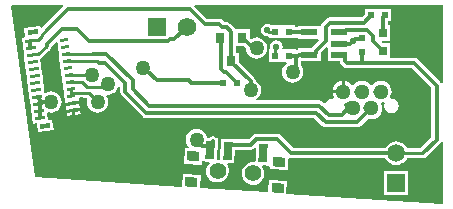
<source format=gbl>
G04*
G04 #@! TF.GenerationSoftware,Altium Limited,Altium Designer,19.1.5 (86)*
G04*
G04 Layer_Physical_Order=2*
G04 Layer_Color=1930808*
%FSAX24Y24*%
%MOIN*%
G70*
G01*
G75*
%ADD12C,0.0100*%
%ADD26C,0.0140*%
%ADD27C,0.0551*%
%ADD28R,0.0620X0.0620*%
%ADD29C,0.0620*%
%ADD30C,0.0591*%
%ADD31R,0.0591X0.0591*%
%ADD32O,0.0512X0.0512*%
%ADD33C,0.0216*%
%ADD34C,0.0500*%
G04:AMPARAMS|DCode=35|XSize=59.1mil|YSize=27.6mil|CornerRadius=0mil|HoleSize=0mil|Usage=FLASHONLY|Rotation=86.250|XOffset=0mil|YOffset=0mil|HoleType=Round|Shape=Rectangle|*
%AMROTATEDRECTD35*
4,1,4,0.0118,-0.0304,-0.0157,-0.0286,-0.0118,0.0304,0.0157,0.0286,0.0118,-0.0304,0.0*
%
%ADD35ROTATEDRECTD35*%

G04:AMPARAMS|DCode=36|XSize=39.4mil|YSize=31.5mil|CornerRadius=0mil|HoleSize=0mil|Usage=FLASHONLY|Rotation=176.250|XOffset=0mil|YOffset=0mil|HoleType=Round|Shape=Rectangle|*
%AMROTATEDRECTD36*
4,1,4,0.0207,0.0144,0.0186,-0.0170,-0.0207,-0.0144,-0.0186,0.0170,0.0207,0.0144,0.0*
%
%ADD36ROTATEDRECTD36*%

%ADD37R,0.0315X0.0354*%
%ADD38R,0.0217X0.0217*%
%ADD39R,0.0551X0.0236*%
%ADD40R,0.0217X0.0217*%
%ADD41R,0.0315X0.0315*%
G04:AMPARAMS|DCode=42|XSize=31.5mil|YSize=10.2mil|CornerRadius=0mil|HoleSize=0mil|Usage=FLASHONLY|Rotation=7.550|XOffset=0mil|YOffset=0mil|HoleType=Round|Shape=Rectangle|*
%AMROTATEDRECTD42*
4,1,4,-0.0149,-0.0071,-0.0163,0.0030,0.0149,0.0071,0.0163,-0.0030,-0.0149,-0.0071,0.0*
%
%ADD42ROTATEDRECTD42*%

G04:AMPARAMS|DCode=43|XSize=25.6mil|YSize=10.2mil|CornerRadius=0mil|HoleSize=0mil|Usage=FLASHONLY|Rotation=7.550|XOffset=0mil|YOffset=0mil|HoleType=Round|Shape=Rectangle|*
%AMROTATEDRECTD43*
4,1,4,-0.0120,-0.0068,-0.0134,0.0034,0.0120,0.0068,0.0134,-0.0034,-0.0120,-0.0068,0.0*
%
%ADD43ROTATEDRECTD43*%

G04:AMPARAMS|DCode=44|XSize=33.5mil|YSize=15.7mil|CornerRadius=0mil|HoleSize=0mil|Usage=FLASHONLY|Rotation=7.550|XOffset=0mil|YOffset=0mil|HoleType=Round|Shape=Rectangle|*
%AMROTATEDRECTD44*
4,1,4,-0.0156,-0.0100,-0.0176,0.0056,0.0156,0.0100,0.0176,-0.0056,-0.0156,-0.0100,0.0*
%
%ADD44ROTATEDRECTD44*%

G36*
X017300Y006247D02*
X017250Y006231D01*
X017223Y006273D01*
X016473Y007023D01*
X016416Y007060D01*
X016350Y007073D01*
X015557D01*
Y007562D01*
X015294D01*
X015272Y007590D01*
X015293Y007638D01*
X015557D01*
Y008153D01*
X015473D01*
Y008292D01*
X015588D01*
Y008708D01*
X015178D01*
X015172Y008708D01*
Y008708D01*
X015128D01*
Y008708D01*
X014712D01*
Y008537D01*
X014596Y008422D01*
X013532D01*
X013532Y008422D01*
X013466Y008408D01*
X013410Y008371D01*
X013274Y008235D01*
X013236Y008179D01*
X013229Y008142D01*
X012482D01*
Y008097D01*
X012388D01*
Y008158D01*
X011978D01*
X011972Y008158D01*
X011928D01*
X011922Y008158D01*
X011587D01*
X011531Y008196D01*
X011450Y008212D01*
X011369Y008196D01*
X011300Y008150D01*
X011254Y008081D01*
X011238Y008000D01*
X011254Y007919D01*
X011300Y007850D01*
X011369Y007804D01*
X011450Y007788D01*
X011462Y007790D01*
X011512Y007751D01*
Y007742D01*
X011922D01*
X011928Y007742D01*
X011972D01*
X011978Y007742D01*
X012388D01*
Y007751D01*
X012482D01*
Y007706D01*
X013145D01*
X013165Y007660D01*
X012941Y007436D01*
X012913Y007394D01*
X012482D01*
Y007351D01*
X012436Y007337D01*
X012430Y007338D01*
X012388Y007358D01*
X012388Y007358D01*
X012388Y007358D01*
X011994D01*
X011952Y007400D01*
X011962Y007450D01*
X011946Y007531D01*
X011900Y007600D01*
X011831Y007646D01*
X011750Y007662D01*
X011669Y007646D01*
X011600Y007600D01*
X011554Y007531D01*
X011538Y007450D01*
X011546Y007408D01*
X011512Y007358D01*
X011512D01*
Y006942D01*
X011922D01*
X011928Y006942D01*
X011972D01*
X011978Y006942D01*
X012088D01*
X012105Y006892D01*
X012050Y006850D01*
X011994Y006777D01*
X011959Y006691D01*
X011947Y006600D01*
X011959Y006509D01*
X011994Y006423D01*
X012050Y006350D01*
X012123Y006294D01*
X012209Y006259D01*
X012300Y006247D01*
X012391Y006259D01*
X012477Y006294D01*
X012550Y006350D01*
X012606Y006423D01*
X012641Y006509D01*
X012653Y006600D01*
X012641Y006691D01*
X012606Y006777D01*
X012573Y006819D01*
Y006958D01*
X013233D01*
Y007207D01*
X013237Y007224D01*
Y007242D01*
X013420Y007425D01*
X013467Y007406D01*
Y006958D01*
X013877D01*
X013887Y006904D01*
X013925Y006848D01*
X013996Y006777D01*
X014052Y006740D01*
X014118Y006727D01*
X016278D01*
X016927Y006078D01*
Y004422D01*
X016558Y004053D01*
X016114D01*
X016095Y004099D01*
X016032Y004182D01*
X015949Y004245D01*
X015853Y004285D01*
X015750Y004299D01*
X015647Y004285D01*
X015551Y004245D01*
X015468Y004182D01*
X015405Y004099D01*
X015394Y004073D01*
X012322D01*
X011908Y004487D01*
X011852Y004525D01*
X011785Y004538D01*
X011087D01*
X011021Y004525D01*
X010965Y004487D01*
X010835Y004357D01*
X010249D01*
X009928Y004378D01*
X009884Y003705D01*
X009844Y003674D01*
X009825Y003678D01*
X009805Y003677D01*
X009769Y003712D01*
X009789Y004015D01*
X009797Y004027D01*
X009811Y004094D01*
Y004287D01*
X009808Y004300D01*
X009814Y004386D01*
X009774Y004388D01*
X009760Y004410D01*
X009704Y004447D01*
X009637Y004461D01*
X009571Y004447D01*
X009515Y004410D01*
X009512Y004405D01*
X009445Y004410D01*
X009441Y004441D01*
X009406Y004527D01*
X009350Y004600D01*
X009277Y004656D01*
X009191Y004691D01*
X009100Y004703D01*
X009009Y004691D01*
X008923Y004656D01*
X008850Y004600D01*
X008794Y004527D01*
X008759Y004441D01*
X008747Y004350D01*
X008759Y004259D01*
X008794Y004173D01*
X008847Y004105D01*
X008840Y004074D01*
X008833Y004055D01*
X008704Y004064D01*
X008671Y003550D01*
X009263Y003511D01*
X009268Y003586D01*
X009287Y003628D01*
X009509Y003613D01*
X009530Y003562D01*
X009485Y003510D01*
X009441Y003422D01*
X009422Y003325D01*
X009428Y003226D01*
X009460Y003132D01*
X009515Y003050D01*
X009590Y002985D01*
X009678Y002941D01*
X009775Y002922D01*
X009874Y002928D01*
X009968Y002960D01*
X010050Y003015D01*
X010115Y003090D01*
X010159Y003178D01*
X010178Y003275D01*
X010172Y003374D01*
X010140Y003468D01*
X010102Y003524D01*
X010130Y003573D01*
X010351Y003558D01*
X010381Y004010D01*
X010907D01*
X010973Y004024D01*
X011029Y004061D01*
X011045Y004077D01*
X011091Y004057D01*
X011063Y003627D01*
X011023Y003597D01*
X011003Y003601D01*
X010905Y003594D01*
X010811Y003563D01*
X010729Y003508D01*
X010664Y003433D01*
X010620Y003345D01*
X010601Y003248D01*
X010607Y003149D01*
X010639Y003055D01*
X010694Y002973D01*
X010768Y002908D01*
X010857Y002864D01*
X010954Y002845D01*
X011052Y002851D01*
X011146Y002883D01*
X011228Y002938D01*
X011294Y003012D01*
X011337Y003101D01*
X011357Y003198D01*
X011350Y003297D01*
X011318Y003390D01*
X011280Y003447D01*
X011308Y003495D01*
X011496Y003483D01*
X011543Y003437D01*
X011538Y003362D01*
X012131Y003323D01*
X012156Y003703D01*
X012208Y003735D01*
X012250Y003727D01*
X015394D01*
X015405Y003701D01*
X015468Y003618D01*
X015551Y003555D01*
X015647Y003515D01*
X015750Y003501D01*
X015853Y003515D01*
X015949Y003555D01*
X016032Y003618D01*
X016095Y003701D01*
X016114Y003747D01*
X016573D01*
X016584Y003740D01*
X016650Y003727D01*
X016716Y003740D01*
X016773Y003777D01*
X017223Y004227D01*
X017250Y004268D01*
X017300Y004253D01*
Y002237D01*
X017263Y002202D01*
X012080Y002545D01*
X012108Y002973D01*
X011516Y003012D01*
X011490Y002620D01*
X011452Y002587D01*
X009212Y002735D01*
X009240Y003161D01*
X008648Y003200D01*
X008622Y002810D01*
X008584Y002777D01*
X003700Y003100D01*
X002905Y008812D01*
X002938Y008850D01*
X004634D01*
X004655Y008800D01*
X003977Y008123D01*
X003940Y008066D01*
X003931Y008065D01*
X003876Y008105D01*
X003872Y008135D01*
X003342Y008065D01*
X003382Y007764D01*
X003265Y007748D01*
X003296Y007514D01*
X003296D01*
X003336Y007215D01*
X003336D01*
X003358Y007046D01*
X003358D01*
X003383Y006859D01*
X003389Y006812D01*
X003389Y006812D01*
X003445Y006391D01*
X003451Y006343D01*
X003451Y006343D01*
X003482Y006109D01*
X003482D01*
X003522Y005810D01*
X003522D01*
X003544Y005641D01*
X003544D01*
X003569Y005454D01*
X003575Y005407D01*
X003575Y005407D01*
X003615Y005107D01*
X003646Y004873D01*
X003763Y004888D01*
X003803Y004588D01*
X004333Y004658D01*
X004286Y005012D01*
X004149Y004994D01*
X004119Y005221D01*
X004153Y005254D01*
X004165Y005258D01*
X004250Y005247D01*
X004341Y005259D01*
X004427Y005294D01*
X004500Y005350D01*
X004556Y005423D01*
X004591Y005509D01*
X004603Y005600D01*
X004591Y005691D01*
X004556Y005777D01*
X004500Y005850D01*
X004427Y005906D01*
X004341Y005941D01*
X004250Y005953D01*
X004159Y005941D01*
X004079Y005908D01*
X004057Y005911D01*
X004026Y005924D01*
X004024Y005943D01*
X004024D01*
X004001Y006111D01*
X004001D01*
X003977Y006298D01*
X003970Y006346D01*
X003964Y006393D01*
X003915Y006766D01*
X003908Y006814D01*
X003902Y006861D01*
X003877Y007048D01*
X003877D01*
X003877Y007050D01*
X003919Y007077D01*
X004154Y007312D01*
X004166Y007315D01*
X004223Y007352D01*
X004260Y007409D01*
X004273Y007475D01*
Y007478D01*
X004409Y007614D01*
X004456Y007598D01*
X004463Y007550D01*
X004463D01*
X004525Y007081D01*
X004525D01*
X004556Y006847D01*
X004556D01*
X004618Y006379D01*
X004618D01*
X004649Y006145D01*
X004649D01*
X004680Y005911D01*
X004680D01*
X004724Y005576D01*
X004950Y005606D01*
X005176Y005636D01*
X005167Y005705D01*
X005206Y005755D01*
X005312D01*
X005351Y005747D01*
X005436D01*
X005466Y005709D01*
X005459Y005691D01*
X005447Y005600D01*
X005459Y005509D01*
X005494Y005423D01*
X005550Y005350D01*
X005623Y005294D01*
X005709Y005259D01*
X005800Y005247D01*
X005891Y005259D01*
X005977Y005294D01*
X006050Y005350D01*
X006106Y005423D01*
X006141Y005509D01*
X006153Y005600D01*
X006141Y005691D01*
X006106Y005777D01*
X006084Y005805D01*
X006111Y005852D01*
X006150Y005847D01*
X006241Y005859D01*
X006327Y005894D01*
X006400Y005950D01*
X006456Y006023D01*
X006484Y006092D01*
X006527Y006111D01*
X006542Y006112D01*
X006550Y006106D01*
Y005943D01*
X006563Y005877D01*
X006601Y005821D01*
X007304Y005117D01*
X007304Y005117D01*
X007360Y005080D01*
X007427Y005067D01*
X007427Y005067D01*
X013015D01*
X013277Y004804D01*
X013277Y004804D01*
X013334Y004767D01*
X013400Y004754D01*
X013400Y004754D01*
X014457D01*
X014523Y004767D01*
X014579Y004804D01*
X014827Y005052D01*
X014833Y005049D01*
X014926Y005037D01*
X015019Y005049D01*
X015105Y005085D01*
X015180Y005142D01*
X015237Y005217D01*
X015273Y005303D01*
X015285Y005396D01*
X015273Y005489D01*
X015252Y005539D01*
X015283Y005594D01*
X015333Y005600D01*
X015352Y005586D01*
X015370Y005561D01*
X015353Y005475D01*
X015371Y005382D01*
X015424Y005303D01*
X015502Y005251D01*
X015595Y005232D01*
X015688Y005251D01*
X015767Y005303D01*
X015819Y005382D01*
X015838Y005475D01*
X015819Y005568D01*
X015767Y005646D01*
X015688Y005699D01*
X015595Y005717D01*
X015573Y005713D01*
X015544Y005758D01*
X015552Y005768D01*
X015588Y005854D01*
X015600Y005947D01*
X015588Y006040D01*
X015552Y006127D01*
X015495Y006201D01*
X015420Y006258D01*
X015334Y006294D01*
X015241Y006306D01*
X015148Y006294D01*
X015061Y006258D01*
X014987Y006201D01*
X014957Y006162D01*
X014894D01*
X014865Y006201D01*
X014791Y006258D01*
X014704Y006294D01*
X014611Y006306D01*
X014518Y006294D01*
X014432Y006258D01*
X014357Y006201D01*
X014328Y006162D01*
X014265D01*
X014235Y006201D01*
X014161Y006258D01*
X014074Y006294D01*
X014031Y006300D01*
Y005947D01*
X013981D01*
Y005897D01*
X013629D01*
X013634Y005854D01*
X013670Y005768D01*
X013678Y005758D01*
X013649Y005713D01*
X013627Y005717D01*
X013534Y005699D01*
X013455Y005646D01*
X013407Y005575D01*
X013354Y005557D01*
X013309Y005603D01*
X013253Y005640D01*
X013186Y005653D01*
X011102D01*
X011088Y005703D01*
X011150Y005750D01*
X011206Y005823D01*
X011241Y005909D01*
X011253Y006000D01*
X011241Y006091D01*
X011206Y006177D01*
X011150Y006250D01*
X011077Y006306D01*
X011070Y006309D01*
X011060Y006356D01*
X011023Y006412D01*
X010507Y006927D01*
Y007233D01*
X010423D01*
Y007467D01*
X010676D01*
X010748Y007395D01*
X010759Y007309D01*
X010794Y007223D01*
X010850Y007150D01*
X010923Y007094D01*
X011009Y007059D01*
X011100Y007047D01*
X011191Y007059D01*
X011277Y007094D01*
X011350Y007150D01*
X011406Y007223D01*
X011441Y007309D01*
X011453Y007400D01*
X011441Y007491D01*
X011406Y007577D01*
X011350Y007650D01*
X011277Y007706D01*
X011191Y007741D01*
X011100Y007753D01*
X011009Y007741D01*
X010926Y007707D01*
X010881Y007751D01*
Y008021D01*
X010553D01*
X010537Y008024D01*
X010520Y008021D01*
X010404D01*
X010373Y008067D01*
X010373Y008067D01*
X010226Y008213D01*
X010170Y008251D01*
X010104Y008264D01*
X010031D01*
X009973Y008323D01*
X009916Y008360D01*
X009850Y008373D01*
X009435D01*
X009008Y008800D01*
X009029Y008850D01*
X017300D01*
Y006247D01*
D02*
G37*
%LPC*%
G36*
X013931Y006300D02*
X013888Y006294D01*
X013802Y006258D01*
X013727Y006201D01*
X013670Y006127D01*
X013634Y006040D01*
X013629Y005997D01*
X013931D01*
Y006300D01*
D02*
G37*
G36*
X005190Y005537D02*
X004964Y005507D01*
X004738Y005477D01*
X004742Y005442D01*
X004742D01*
X004755Y005342D01*
X004981Y005372D01*
X005207Y005402D01*
X005203Y005437D01*
X005203D01*
X005190Y005537D01*
D02*
G37*
G36*
X005221Y005303D02*
X005044Y005279D01*
X005057Y005179D01*
X005234Y005202D01*
X005221Y005303D01*
D02*
G37*
G36*
X004945Y005266D02*
X004769Y005243D01*
X004782Y005143D01*
X004958Y005166D01*
X004945Y005266D01*
D02*
G37*
G36*
X016145Y003295D02*
X015355D01*
Y002505D01*
X016145D01*
Y003295D01*
D02*
G37*
%LPD*%
D12*
X015800Y003800D02*
X015900Y003900D01*
X016650D01*
X015750Y003850D02*
X015800Y003800D01*
X015750Y003850D02*
Y003900D01*
X011720Y007420D02*
X011750Y007450D01*
X011720Y007150D02*
Y007420D01*
X011450Y008000D02*
X011500Y007950D01*
X011720D01*
X014600Y007730D02*
X014638Y007692D01*
X004910Y005908D02*
X005344D01*
X005600Y005800D02*
X005650D01*
X005500Y005900D02*
X005600Y005800D01*
X005351Y005900D02*
X005500D01*
X005344Y005908D02*
X005351Y005900D01*
X004895Y006025D02*
X004910Y005908D01*
X004910D01*
X004926Y005791D01*
X006150Y006159D02*
Y006200D01*
X006091Y006100D02*
X006150Y006159D01*
X005434Y006100D02*
X006091D01*
X005275Y006259D02*
X005434Y006100D01*
X004864Y006259D02*
X005275D01*
X005593Y006493D02*
X005600Y006500D01*
X004833Y006493D02*
X005593D01*
X004771Y006962D02*
X005788D01*
X004740Y007196D02*
X005646D01*
X003957Y007857D02*
X004100Y008000D01*
X003957Y007804D02*
Y007857D01*
X003825Y007672D02*
X003957Y007804D01*
X003702Y007672D02*
X003825D01*
X003684Y007654D02*
X003702Y007672D01*
X003562Y007654D02*
X003684D01*
X003540Y007632D02*
X003562Y007654D01*
X003811Y007186D02*
X004100Y007475D01*
X003624Y007186D02*
X003811D01*
X003602Y007164D02*
X003624Y007186D01*
X005788Y006962D02*
X005850Y006900D01*
D26*
X014362Y007692D02*
X014638D01*
X014220Y007550D02*
X014320Y007650D01*
X003881Y005057D02*
Y005525D01*
Y005587D01*
X014320Y007650D02*
X014362Y007692D01*
X013842Y007550D02*
X014220D01*
X016650Y003900D02*
X017100Y004350D01*
X012250Y003900D02*
X015750D01*
X014300Y007650D02*
X014320D01*
X014600Y006900D02*
X016350D01*
X014779Y008008D02*
X014973Y007814D01*
X014084Y008008D02*
X014779D01*
X014668Y008248D02*
X014920Y008500D01*
X013532Y008248D02*
X014668D01*
X016350Y006900D02*
X017100Y006150D01*
X013397Y008113D02*
X013532Y008248D01*
X013842Y007924D02*
X014000D01*
X014973Y007637D02*
Y007814D01*
X014000Y007924D02*
X014084Y008008D01*
X015078Y007526D02*
X015300Y007305D01*
X015078Y007526D02*
Y007532D01*
X014973Y007637D02*
X015078Y007532D01*
X011087Y004365D02*
X011785D01*
X010907Y004184D02*
X011087Y004365D01*
X010227Y004184D02*
X010907D01*
X010140Y004097D02*
X010227Y004184D01*
X010140Y003968D02*
Y004097D01*
X014047Y006971D02*
Y007128D01*
X013999Y007176D02*
X014047Y007128D01*
X013842Y007176D02*
X013999D01*
X003881Y005587D02*
Y005666D01*
Y005587D02*
X003895Y005600D01*
X003819Y005525D02*
X003881Y005587D01*
X003895Y005600D02*
X004250D01*
X012500Y007176D02*
X012858D01*
X012400Y006700D02*
Y007150D01*
X012474D01*
X012180D02*
X012400D01*
X012474D02*
X012500Y007176D01*
X012300Y006600D02*
X012400Y006700D01*
X010900Y006000D02*
Y006290D01*
X017100Y004350D02*
Y006150D01*
X014118Y006900D02*
X014600D01*
X014047Y006971D02*
X014118Y006900D01*
X014600D02*
Y007270D01*
X013087Y005240D02*
X013400Y004927D01*
X007427Y005240D02*
X013087D01*
X006723Y005943D02*
X007427Y005240D01*
X014457Y004927D02*
X014926Y005396D01*
X013400Y004927D02*
X014457D01*
X014158Y005390D02*
Y005434D01*
X013935Y005167D02*
X014158Y005390D01*
X013499Y005167D02*
X013935D01*
X014158Y005521D02*
X014200Y005564D01*
X014158Y005500D02*
X014200D01*
X014092D02*
X014158D01*
Y005434D02*
X014195Y005396D01*
X014092Y005500D02*
X014158Y005434D01*
Y005500D02*
Y005521D01*
Y005434D02*
Y005500D01*
X014200D02*
Y005564D01*
X006963Y006043D02*
X007526Y005480D01*
X013186D02*
X013499Y005167D01*
X007526Y005480D02*
X013186D01*
X011785Y004365D02*
X012250Y003900D01*
X004100Y008000D02*
X004800Y008700D01*
X008863D02*
X009363Y008200D01*
X004800Y008700D02*
X008863D01*
X005646Y007196D02*
X006088D01*
X006723Y005943D02*
Y006221D01*
X006044Y006900D02*
X006723Y006221D01*
X005850Y006900D02*
X006044D01*
X006963Y006043D02*
Y006320D01*
X006088Y007196D02*
X006963Y006320D01*
X004100Y007475D02*
Y007550D01*
X004600Y008050D01*
X005100D01*
X005517Y007633D01*
X008152D01*
X008219Y007700D01*
X008359D01*
X008771Y008113D01*
X010624Y007763D02*
X010987Y007400D01*
X010537Y007851D02*
X010624Y007763D01*
X010987Y007400D02*
X011100D01*
X009850Y008200D02*
X009959Y008091D01*
X009363Y008200D02*
X009850D01*
X009959Y008091D02*
X010104D01*
X010250Y007945D01*
Y006956D02*
Y007945D01*
X003540Y007437D02*
X003571Y007406D01*
X003540Y007437D02*
Y007632D01*
X007780Y006320D02*
X008840D01*
X008910Y006250D01*
X009970D01*
X007450Y006650D02*
X007780Y006320D01*
X010250Y006940D02*
X010900Y006290D01*
X009100Y004300D02*
Y004350D01*
Y004300D02*
X009275Y004125D01*
X009464D01*
X009550Y004038D01*
Y004007D02*
Y004038D01*
X014195Y005396D02*
X014296D01*
X009637Y004094D02*
Y004287D01*
X009550Y004007D02*
X009637Y004094D01*
X003788Y005759D02*
X003881Y005666D01*
X010624Y007744D02*
Y007763D01*
X009923Y006709D02*
Y007697D01*
Y006709D02*
X010022Y006609D01*
X010071D01*
X010430Y006250D01*
X009876Y007744D02*
X009923Y007697D01*
X012180Y007950D02*
X012206Y007924D01*
X012858D01*
X010250Y006940D02*
Y006956D01*
X013063Y007224D02*
Y007313D01*
X013015Y007176D02*
X013063Y007224D01*
X012858Y007176D02*
X013015D01*
X013063Y007313D02*
X013397Y007647D01*
Y008113D01*
X015300Y008420D02*
X015380Y008500D01*
X015300Y007895D02*
Y008420D01*
D27*
X010979Y003223D02*
D03*
X009800Y003300D02*
D03*
D28*
X007771Y008113D02*
D03*
D29*
X008771D02*
D03*
D30*
X015750Y003900D02*
D03*
D31*
Y002900D02*
D03*
D32*
X014296Y005396D02*
D03*
X013981Y005947D02*
D03*
X014611D02*
D03*
X015241D02*
D03*
X014926Y005396D02*
D03*
D33*
X011750Y007450D02*
D03*
X011450Y008000D02*
D03*
X014300Y007650D02*
D03*
D34*
X004250Y005600D02*
D03*
X005800D02*
D03*
X012300Y006600D02*
D03*
X010900Y006000D02*
D03*
X006150Y006200D02*
D03*
X007300Y006750D02*
D03*
X005600Y006500D02*
D03*
X011100Y007400D02*
D03*
X009100Y004350D02*
D03*
D35*
X011318Y003891D02*
D03*
X010140Y003968D02*
D03*
X009550Y004007D02*
D03*
D36*
X011852Y003600D02*
D03*
X011795Y002735D02*
D03*
X008984Y003787D02*
D03*
X008927Y002923D02*
D03*
D37*
X010250Y006956D02*
D03*
X010624Y007744D02*
D03*
X009876D02*
D03*
D38*
X009970Y006250D02*
D03*
X010430D02*
D03*
X012180Y007150D02*
D03*
X011720D02*
D03*
Y007950D02*
D03*
X012180D02*
D03*
X015380Y008500D02*
D03*
X014920D02*
D03*
D39*
X013842Y007924D02*
D03*
Y007550D02*
D03*
Y007176D02*
D03*
X012858D02*
D03*
Y007924D02*
D03*
D40*
X014600Y007270D02*
D03*
Y007730D02*
D03*
D41*
X015300Y007895D02*
D03*
Y007305D02*
D03*
D42*
X003881Y005057D02*
D03*
X003850Y005291D02*
D03*
X003819Y005525D02*
D03*
X003788Y005759D02*
D03*
X003757Y005993D02*
D03*
X003726Y006227D02*
D03*
X003695Y006462D02*
D03*
X003664Y006696D02*
D03*
X003633Y006930D02*
D03*
X003602Y007164D02*
D03*
X003571Y007398D02*
D03*
X003540Y007632D02*
D03*
D43*
X004988Y005322D02*
D03*
X004957Y005557D02*
D03*
X004926Y005791D02*
D03*
X004895Y006025D02*
D03*
X004864Y006259D02*
D03*
X004833Y006493D02*
D03*
X004802Y006727D02*
D03*
X004771Y006962D02*
D03*
X004740Y007196D02*
D03*
X004709Y007430D02*
D03*
X004678Y007664D02*
D03*
D44*
X004045Y004800D02*
D03*
X003631Y007922D02*
D03*
M02*

</source>
